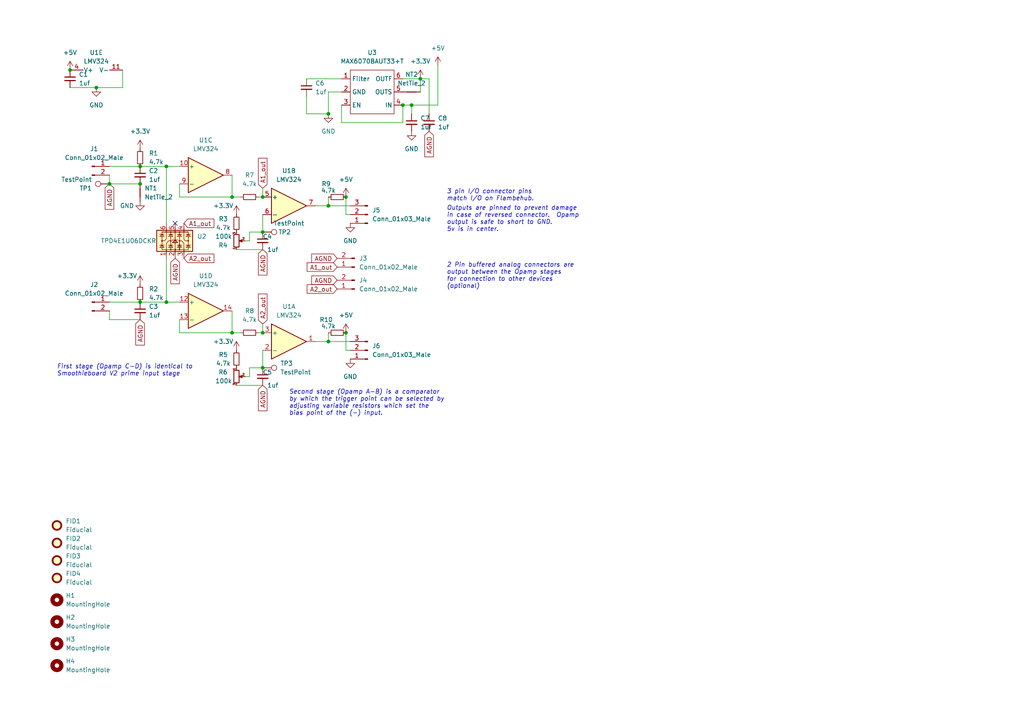
<source format=kicad_sch>
(kicad_sch (version 20230121) (generator eeschema)
  (paper "A4")
  (lib_symbols
    (symbol "Amplifier_Operational:LMV324" (pin_names (offset 0.127))
      (property "Reference" "U" (at 0 5.08 0))
      (property "Value" "LMV324" (at 0 -5.08 0))
      (symbol "LMV324_1_1"
        (polyline (pts (xy -5.08 5.08) (xy 5.08 0) (xy -5.08 -5.08) (xy -5.08 5.08)) (stroke (width 0.254)) (fill (type background)))
        (pin output line (at 7.62 0 180) (length 2.54) (name "~") (number "1"))
        (pin input line (at -7.62 -2.54 0) (length 2.54) (name "-") (number "2"))
        (pin input line (at -7.62 2.54 0) (length 2.54) (name "+") (number "3"))
      )
      (symbol "LMV324_2_1"
        (polyline (pts (xy -5.08 5.08) (xy 5.08 0) (xy -5.08 -5.08) (xy -5.08 5.08)) (stroke (width 0.254)) (fill (type background)))
        (pin input line (at -7.62 2.54 0) (length 2.54) (name "+") (number "5"))
        (pin input line (at -7.62 -2.54 0) (length 2.54) (name "-") (number "6"))
        (pin output line (at 7.62 0 180) (length 2.54) (name "~") (number "7"))
      )
      (symbol "LMV324_3_1"
        (polyline (pts (xy -5.08 5.08) (xy 5.08 0) (xy -5.08 -5.08) (xy -5.08 5.08)) (stroke (width 0.254)) (fill (type background)))
        (pin input line (at -7.62 2.54 0) (length 2.54) (name "+") (number "10"))
        (pin output line (at 7.62 0 180) (length 2.54) (name "~") (number "8"))
        (pin input line (at -7.62 -2.54 0) (length 2.54) (name "-") (number "9"))
      )
      (symbol "LMV324_4_1"
        (polyline (pts (xy -5.08 5.08) (xy 5.08 0) (xy -5.08 -5.08) (xy -5.08 5.08)) (stroke (width 0.254)) (fill (type background)))
        (pin input line (at -7.62 2.54 0) (length 2.54) (name "+") (number "12"))
        (pin input line (at -7.62 -2.54 0) (length 2.54) (name "-") (number "13"))
        (pin output line (at 7.62 0 180) (length 2.54) (name "~") (number "14"))
      )
      (symbol "LMV324_5_1"
        (pin power_in line (at -2.54 -7.62 90) (length 3.81) (name "V-") (number "11"))
        (pin power_in line (at -2.54 7.62 270) (length 3.81) (name "V+") (number "4"))
      )
    )
    (symbol "Connector:Conn_01x02_Male" (pin_names (offset 1.016) hide)
      (property "Reference" "J" (at 0 2.54 0))
      (property "Value" "Conn_01x02_Male" (at 0 -5.08 0))
      (symbol "Conn_01x02_Male_1_1"
        (polyline (pts (xy 1.27 -2.54) (xy 0.8636 -2.54)) (stroke (width 0.1524)))
        (polyline (pts (xy 1.27 0) (xy 0.8636 0)) (stroke (width 0.1524)))
        (rectangle (start 0.8636 -2.413) (end 0 -2.667) (stroke (width 0.1524)) (fill (type outline)))
        (rectangle (start 0.8636 0.127) (end 0 -0.127) (stroke (width 0.1524)) (fill (type outline)))
        (pin passive line (at 5.08 0 180) (length 3.81) (name "Pin_1") (number "1"))
        (pin passive line (at 5.08 -2.54 180) (length 3.81) (name "Pin_2") (number "2"))
      )
    )
    (symbol "Connector:Conn_01x03_Male" (pin_names (offset 1.016) hide)
      (property "Reference" "J" (at 0 5.08 0))
      (property "Value" "Conn_01x03_Male" (at 0 -5.08 0))
      (symbol "Conn_01x03_Male_1_1"
        (polyline (pts (xy 1.27 -2.54) (xy 0.8636 -2.54)) (stroke (width 0.1524)))
        (polyline (pts (xy 1.27 0) (xy 0.8636 0)) (stroke (width 0.1524)))
        (polyline (pts (xy 1.27 2.54) (xy 0.8636 2.54)) (stroke (width 0.1524)))
        (rectangle (start 0.8636 -2.413) (end 0 -2.667) (stroke (width 0.1524)) (fill (type outline)))
        (rectangle (start 0.8636 0.127) (end 0 -0.127) (stroke (width 0.1524)) (fill (type outline)))
        (rectangle (start 0.8636 2.667) (end 0 2.413) (stroke (width 0.1524)) (fill (type outline)))
        (pin passive line (at 5.08 2.54 180) (length 3.81) (name "Pin_1") (number "1"))
        (pin passive line (at 5.08 0 180) (length 3.81) (name "Pin_2") (number "2"))
        (pin passive line (at 5.08 -2.54 180) (length 3.81) (name "Pin_3") (number "3"))
      )
    )
    (symbol "Connector:TestPoint" (pin_numbers hide) (pin_names (offset 0.762) hide)
      (property "Reference" "TP" (at 0 6.858 0))
      (property "Value" "TestPoint" (at 0 5.08 0))
      (symbol "TestPoint_0_1"
        (circle (center 0 3.302) (radius 0.762))
      )
      (symbol "TestPoint_1_1"
        (pin passive line (at 0 0 90) (length 2.54) (name "1") (number "1"))
      )
    )
    (symbol "Device:C_Small" (pin_numbers hide) (pin_names (offset 0.254) hide)
      (property "Reference" "C" (at 0.254 1.778 0))
      (property "Value" "C_Small" (at 0.254 -2.032 0))
      (symbol "C_Small_0_1"
        (polyline (pts (xy -1.524 -0.508) (xy 1.524 -0.508)) (stroke (width 0.3302)))
        (polyline (pts (xy -1.524 0.508) (xy 1.524 0.508)) (stroke (width 0.3048)))
      )
      (symbol "C_Small_1_1"
        (pin passive line (at 0 2.54 270) (length 2.032) (name "~") (number "1"))
        (pin passive line (at 0 -2.54 90) (length 2.032) (name "~") (number "2"))
      )
    )
    (symbol "Device:NetTie_2" (pin_numbers hide) (pin_names (offset 0) hide)
      (property "Reference" "NT" (at 0 1.27 0))
      (property "Value" "NetTie_2" (at 0 -1.27 0))
      (symbol "NetTie_2_0_1"
        (polyline (pts (xy -1.27 0) (xy 1.27 0)) (stroke (width 0.254)))
      )
      (symbol "NetTie_2_1_1"
        (pin passive line (at -2.54 0 0) (length 2.54) (name "1") (number "1"))
        (pin passive line (at 2.54 0 180) (length 2.54) (name "2") (number "2"))
      )
    )
    (symbol "Device:R_Potentiometer_Small" (pin_names (offset 1.016) hide)
      (property "Reference" "RV" (at -4.445 0 90))
      (property "Value" "R_Potentiometer_Small" (at -2.54 0 90))
      (symbol "R_Potentiometer_Small_0_1"
        (polyline (pts (xy 0.889 0) (xy 0.635 0) (xy 1.651 0.381) (xy 1.651 -0.381) (xy 0.635 0) (xy 0.889 0)) (fill (type outline)))
        (rectangle (start 0.762 1.8034) (end -0.762 -1.8034) (stroke (width 0.254)))
      )
      (symbol "R_Potentiometer_Small_1_1"
        (pin passive line (at 0 2.54 270) (length 0.635) (name "1") (number "1"))
        (pin passive line (at 2.54 0 180) (length 0.9906) (name "2") (number "2"))
        (pin passive line (at 0 -2.54 90) (length 0.635) (name "3") (number "3"))
      )
    )
    (symbol "Device:R_Small" (pin_numbers hide) (pin_names (offset 0.254) hide)
      (property "Reference" "R" (at 0.762 0.508 0))
      (property "Value" "R_Small" (at 0.762 -1.016 0))
      (symbol "R_Small_0_1"
        (rectangle (start -0.762 1.778) (end 0.762 -1.778) (stroke (width 0.2032)))
      )
      (symbol "R_Small_1_1"
        (pin passive line (at 0 2.54 270) (length 0.762) (name "~") (number "1"))
        (pin passive line (at 0 -2.54 90) (length 0.762) (name "~") (number "2"))
      )
    )
    (symbol "Mechanical:Fiducial"
      (property "Reference" "FID" (at 0 5.08 0))
      (property "Value" "Fiducial" (at 0 3.175 0))
      (symbol "Fiducial_0_1"
        (circle (center 0 0) (radius 1.27) (stroke (width 0.508)) (fill (type background)))
      )
    )
    (symbol "Mechanical:MountingHole" (pin_names (offset 1.016))
      (property "Reference" "H" (at 0 5.08 0))
      (property "Value" "MountingHole" (at 0 3.175 0))
      (symbol "MountingHole_0_1"
        (circle (center 0 0) (radius 1.27) (stroke (width 1.27)))
      )
    )
    (symbol "Power_Protection:NUP4202"
      (property "Reference" "U" (at -6.985 -2.54 0))
      (property "Value" "NUP4202" (at 6.35 1.27 90))
      (symbol "NUP4202_0_1"
        (rectangle (start -5.334 3.048) (end 5.08 -3.048) (stroke (width 0.254)) (fill (type background)))
        (circle (center -3.81 0) (radius 0.127))
        (circle (center -3.81 0) (radius 0.127))
        (circle (center -1.27 -2.54) (radius 0.127))
        (circle (center -1.27 -2.54) (radius 0.127))
        (circle (center -1.27 0) (radius 0.127))
        (circle (center -1.27 0) (radius 0.127))
        (circle (center -1.27 2.54) (radius 0.127))
        (circle (center -1.27 2.54) (radius 0.127))
        (circle (center 0 -2.54) (radius 0.127))
        (circle (center 0 -2.54) (radius 0.127))
        (polyline (pts (xy -4.445 -1.27) (xy -3.175 -1.27)))
        (polyline (pts (xy -4.445 -1.27) (xy -3.175 -1.27)))
        (polyline (pts (xy -4.445 1.905) (xy -3.175 1.905)))
        (polyline (pts (xy -3.81 -2.54) (xy -3.81 -0.635)))
        (polyline (pts (xy -3.81 -2.54) (xy 3.81 -2.54)))
        (polyline (pts (xy -3.81 -0.635) (xy -3.81 0.635)))
        (polyline (pts (xy -3.81 0.635) (xy -3.81 2.54)))
        (polyline (pts (xy -3.81 2.54) (xy 3.81 2.54)))
        (polyline (pts (xy -3.81 2.54) (xy 3.81 2.54)))
        (polyline (pts (xy -1.905 -1.27) (xy -0.635 -1.27)))
        (polyline (pts (xy -1.905 -1.27) (xy -0.635 -1.27)))
        (polyline (pts (xy -1.905 1.905) (xy -0.635 1.905)))
        (polyline (pts (xy -1.27 -2.54) (xy -1.27 -0.635)))
        (polyline (pts (xy -1.27 -2.54) (xy -1.27 -0.635)))
        (polyline (pts (xy -1.27 0.635) (xy -1.27 -0.635)))
        (polyline (pts (xy -1.27 0.635) (xy -1.27 2.54)))
        (polyline (pts (xy 0 -0.889) (xy 0 -3.81)))
        (polyline (pts (xy 0 -0.889) (xy 0 1.016)))
        (polyline (pts (xy 0 -0.889) (xy 0 1.016)))
        (polyline (pts (xy 0 1.016) (xy 0 3.81)))
        (polyline (pts (xy 0.635 -1.27) (xy 1.905 -1.27)))
        (polyline (pts (xy 0.635 -1.27) (xy 1.905 -1.27)))
        (polyline (pts (xy 0.635 1.905) (xy 1.905 1.905)))
        (polyline (pts (xy 1.27 -2.54) (xy 1.27 -0.635)))
        (polyline (pts (xy 1.27 -2.54) (xy 1.27 -0.635)))
        (polyline (pts (xy 1.27 0.635) (xy 1.27 -0.635)))
        (polyline (pts (xy 1.27 0.635) (xy 1.27 2.54)))
        (polyline (pts (xy 3.175 -1.27) (xy 4.445 -1.27)))
        (polyline (pts (xy 3.175 -1.27) (xy 4.445 -1.27)))
        (polyline (pts (xy 3.175 1.905) (xy 4.445 1.905)))
        (polyline (pts (xy 3.81 -2.54) (xy 3.81 -0.635)))
        (polyline (pts (xy 3.81 0.635) (xy 3.81 -0.635)))
        (polyline (pts (xy 3.81 0.635) (xy 3.81 2.54)))
        (polyline (pts (xy 0.762 0.254) (xy -0.762 0.254) (xy -0.762 0)))
        (polyline (pts (xy -4.445 -1.905) (xy -3.175 -1.905) (xy -3.81 -1.27) (xy -4.445 -1.905)))
        (polyline (pts (xy -4.445 1.27) (xy -3.175 1.27) (xy -3.81 1.905) (xy -4.445 1.27)))
        (polyline (pts (xy -2.54 -3.81) (xy -2.54 -0.762) (xy -1.905 0) (xy -1.27 0)))
        (polyline (pts (xy -2.54 3.81) (xy -2.54 0.635) (xy -3.048 0) (xy -3.937 0)))
        (polyline (pts (xy -1.905 -1.905) (xy -0.635 -1.905) (xy -1.27 -1.27) (xy -1.905 -1.905)))
        (polyline (pts (xy -1.905 1.27) (xy -0.635 1.27) (xy -1.27 1.905) (xy -1.905 1.27)))
        (polyline (pts (xy -0.762 -0.508) (xy 0.762 -0.508) (xy 0 0.254) (xy -0.762 -0.508)))
        (polyline (pts (xy -0.762 -0.508) (xy 0.762 -0.508) (xy 0 0.254) (xy -0.762 -0.508)))
        (polyline (pts (xy 0.635 -1.905) (xy 1.905 -1.905) (xy 1.27 -1.27) (xy 0.635 -1.905)))
        (polyline (pts (xy 0.635 1.27) (xy 1.905 1.27) (xy 1.27 1.905) (xy 0.635 1.27)))
        (polyline (pts (xy 2.54 -3.81) (xy 2.54 -0.762) (xy 1.905 0) (xy 1.143 0)))
        (polyline (pts (xy 2.54 3.81) (xy 2.54 0.508) (xy 2.921 0) (xy 3.81 0)))
        (polyline (pts (xy 3.175 -1.905) (xy 4.445 -1.905) (xy 3.81 -1.27) (xy 3.175 -1.905)))
        (polyline (pts (xy 3.175 1.27) (xy 4.445 1.27) (xy 3.81 1.905) (xy 3.175 1.27)))
        (circle (center 0 2.54) (radius 0.127))
        (circle (center 0 2.54) (radius 0.127))
        (circle (center 1.27 -2.54) (radius 0.127))
        (circle (center 1.27 -2.54) (radius 0.127))
        (circle (center 1.27 0) (radius 0.127))
        (circle (center 1.27 0) (radius 0.127))
        (circle (center 1.27 2.54) (radius 0.127))
        (circle (center 1.27 2.54) (radius 0.127))
        (circle (center 3.81 0) (radius 0.127))
        (circle (center 3.81 0) (radius 0.127))
      )
      (symbol "NUP4202_1_1"
        (pin passive line (at -2.54 -5.08 90) (length 2.54) (name "~") (number "1"))
        (pin passive line (at 0 -5.08 90) (length 2.54) (name "~") (number "2"))
        (pin passive line (at 2.54 -5.08 90) (length 2.54) (name "~") (number "3"))
        (pin passive line (at 2.54 5.08 270) (length 2.54) (name "~") (number "4"))
        (pin passive line (at 0 5.08 270) (length 2.54) (name "~") (number "5"))
        (pin passive line (at -2.54 5.08 270) (length 2.54) (name "~") (number "6"))
      )
    )
    (symbol "UserMade:MAX6070BAUT33+T"
      (property "Reference" "U" (at -7.62 8.89 0))
      (property "Value" "MAX6070BAUT33+T" (at 0 -10.16 0))
      (symbol "MAX6070BAUT33+T_0_1"
        (rectangle (start -6.35 5.08) (end 6.35 -7.62))
      )
      (symbol "MAX6070BAUT33+T_1_1"
        (pin passive line (at -8.89 2.54 0) (length 2.54) (name "Filter") (number "1"))
        (pin power_in line (at -8.89 -1.27 0) (length 2.54) (name "GND") (number "2"))
        (pin input line (at -8.89 -5.08 0) (length 2.54) (name "EN") (number "3"))
        (pin power_in line (at 8.89 -5.08 180) (length 2.54) (name "IN") (number "4"))
        (pin input line (at 8.89 -1.27 180) (length 2.54) (name "OUTS") (number "5"))
        (pin output line (at 8.89 2.54 180) (length 2.54) (name "OUTF") (number "6"))
      )
    )
    (symbol "power:+3.3V" (power) (pin_names (offset 0))
      (property "Value" "+3.3V" (at 0 3.556 0))
      (symbol "+3.3V_0_1"
        (polyline (pts (xy -0.762 1.27) (xy 0 2.54)))
        (polyline (pts (xy 0 0) (xy 0 2.54)))
        (polyline (pts (xy 0 2.54) (xy 0.762 1.27)))
      )
      (symbol "+3.3V_1_1"
        (pin power_in line (at 0 0 90) (length 0) hide (name "+3.3V") (number "1"))
      )
    )
    (symbol "power:+5V" (power) (pin_names (offset 0))
      (property "Value" "+5V" (at 0 3.556 0))
      (symbol "+5V_0_1"
        (polyline (pts (xy -0.762 1.27) (xy 0 2.54)))
        (polyline (pts (xy 0 0) (xy 0 2.54)))
        (polyline (pts (xy 0 2.54) (xy 0.762 1.27)))
      )
      (symbol "+5V_1_1"
        (pin power_in line (at 0 0 90) (length 0) hide (name "+5V") (number "1"))
      )
    )
    (symbol "power:GND" (power) (pin_names (offset 0))
      (property "Value" "GND" (at 0 -3.81 0))
      (symbol "GND_0_1"
        (polyline (pts (xy 0 0) (xy 0 -1.27) (xy 1.27 -1.27) (xy 0 -2.54) (xy -1.27 -1.27) (xy 0 -1.27)))
      )
      (symbol "GND_1_1"
        (pin power_in line (at 0 0 270) (length 0) hide (name "GND") (number "1"))
      )
    )
  )
  (junction (at 40.64 48.26))
  (junction (at 76.2 106.68))
  (junction (at 95.25 59.69))
  (junction (at 48.26 87.63))
  (junction (at 121.92 22.86))
  (junction (at 95.25 99.06))
  (junction (at 20.32 20.32))
  (junction (at 76.2 67.31))
  (junction (at 40.64 87.63))
  (junction (at 27.94 25.4))
  (junction (at 67.31 57.15))
  (junction (at 40.64 53.34))
  (junction (at 67.31 96.52))
  (junction (at 76.2 57.15))
  (junction (at 100.33 96.52))
  (junction (at 31.75 53.34))
  (junction (at 119.38 30.48))
  (junction (at 48.26 48.26))
  (junction (at 100.33 57.15))
  (junction (at 116.84 30.48))
  (junction (at 95.25 33.02))
  (junction (at 76.2 96.52))
  (no_connect (at 50.8 64.77))
  (wire (pts (xy 76.2 62.23) (xy 76.2 67.31)))
  (wire (pts (xy 95.25 59.69) (xy 101.6 59.69)))
  (wire (pts (xy 67.31 96.52) (xy 52.07 96.52)))
  (wire (pts (xy 72.39 67.31) (xy 72.39 69.85)))
  (wire (pts (xy 40.64 87.63) (xy 48.26 87.63)))
  (wire (pts (xy 121.92 22.86) (xy 124.46 22.86)))
  (wire (pts (xy 100.33 96.52) (xy 100.33 101.6)))
  (wire (pts (xy 99.06 26.67) (xy 95.25 26.67)))
  (wire (pts (xy 31.75 87.63) (xy 40.64 87.63)))
  (wire (pts (xy 71.12 109.22) (xy 72.39 109.22)))
  (wire (pts (xy 91.44 99.06) (xy 95.25 99.06)))
  (wire (pts (xy 27.94 25.4) (xy 35.56 25.4)))
  (wire (pts (xy 119.38 30.48) (xy 127 30.48)))
  (wire (pts (xy 76.2 101.6) (xy 76.2 106.68)))
  (wire (pts (xy 48.26 87.63) (xy 52.07 87.63)))
  (wire (pts (xy 100.33 101.6) (xy 101.6 101.6)))
  (wire (pts (xy 124.46 22.86) (xy 124.46 33.02)))
  (wire (pts (xy 116.84 35.56) (xy 116.84 30.48)))
  (wire (pts (xy 67.31 96.52) (xy 69.85 96.52)))
  (wire (pts (xy 116.84 30.48) (xy 119.38 30.48)))
  (wire (pts (xy 48.26 74.93) (xy 48.26 87.63)))
  (wire (pts (xy 72.39 69.85) (xy 71.12 69.85)))
  (wire (pts (xy 76.2 93.98) (xy 76.2 96.52)))
  (wire (pts (xy 31.75 48.26) (xy 40.64 48.26)))
  (wire (pts (xy 101.6 62.23) (xy 100.33 62.23)))
  (wire (pts (xy 48.26 48.26) (xy 48.26 64.77)))
  (wire (pts (xy 74.93 96.52) (xy 76.2 96.52)))
  (wire (pts (xy 88.9 27.94) (xy 88.9 33.02)))
  (wire (pts (xy 48.26 48.26) (xy 52.07 48.26)))
  (wire (pts (xy 76.2 67.31) (xy 72.39 67.31)))
  (wire (pts (xy 31.75 53.34) (xy 40.64 53.34)))
  (wire (pts (xy 68.58 72.39) (xy 76.2 72.39)))
  (wire (pts (xy 52.07 92.71) (xy 52.07 96.52)))
  (wire (pts (xy 116.84 22.86) (xy 121.92 22.86)))
  (wire (pts (xy 72.39 109.22) (xy 72.39 106.68)))
  (wire (pts (xy 52.07 53.34) (xy 52.07 57.15)))
  (wire (pts (xy 72.39 106.68) (xy 76.2 106.68)))
  (wire (pts (xy 127 19.05) (xy 127 30.48)))
  (wire (pts (xy 95.25 99.06) (xy 101.6 99.06)))
  (wire (pts (xy 121.92 22.86) (xy 121.92 26.67)))
  (wire (pts (xy 31.75 50.8) (xy 31.75 53.34)))
  (wire (pts (xy 99.06 35.56) (xy 116.84 35.56)))
  (wire (pts (xy 119.38 30.48) (xy 119.38 33.02)))
  (wire (pts (xy 95.25 57.15) (xy 95.25 59.69)))
  (wire (pts (xy 95.25 96.52) (xy 95.25 99.06)))
  (wire (pts (xy 35.56 25.4) (xy 35.56 20.32)))
  (wire (pts (xy 40.64 48.26) (xy 48.26 48.26)))
  (wire (pts (xy 95.25 26.67) (xy 95.25 33.02)))
  (wire (pts (xy 52.07 57.15) (xy 67.31 57.15)))
  (wire (pts (xy 67.31 57.15) (xy 67.31 50.8)))
  (wire (pts (xy 74.93 57.15) (xy 76.2 57.15)))
  (wire (pts (xy 67.31 90.17) (xy 67.31 96.52)))
  (wire (pts (xy 20.32 25.4) (xy 27.94 25.4)))
  (wire (pts (xy 88.9 22.86) (xy 99.06 22.86)))
  (wire (pts (xy 31.75 90.17) (xy 31.75 92.71)))
  (wire (pts (xy 88.9 33.02) (xy 95.25 33.02)))
  (wire (pts (xy 67.31 57.15) (xy 69.85 57.15)))
  (wire (pts (xy 31.75 92.71) (xy 40.64 92.71)))
  (wire (pts (xy 100.33 57.15) (xy 100.33 62.23)))
  (wire (pts (xy 99.06 30.48) (xy 99.06 35.56)))
  (wire (pts (xy 91.44 59.69) (xy 95.25 59.69)))
  (wire (pts (xy 68.58 111.76) (xy 76.2 111.76)))
  (wire (pts (xy 76.2 54.61) (xy 76.2 57.15)))
  (text "2 Pin buffered analog connectors are  \noutput between the Opamp stages\nfor connection to other devices\n(optional)" (at 129.54 83.82 0) (effects (font (size 1.27 1.27) italic) (justify left bottom)))
  (text "First stage (Opamp C-D) is identical to \nSmoothieboard V2 prime input stage\n" (at 16.51 109.22 0) (effects (font (size 1.27 1.27) italic) (justify left bottom)))
  (text "Outputs are pinned to prevent damage \nin case of reversed connector.  Opamp \noutput is safe to short to GND. \n5v is in center." (at 129.54 67.31 0) (effects (font (size 1.27 1.27) italic) (justify left bottom)))
  (text "3 pin I/O connector pins\nmatch I/O on Flambehub.\n" (at 129.54 58.42 0) (effects (font (size 1.27 1.27) italic) (justify left bottom)))
  (text "Second stage (Opamp A-B) is a comparator\nby which the trigger point can be selected by \nadjusting variable resistors which set the \nbias point of the (-) input." (at 83.82 120.65 0) (effects (font (size 1.27 1.27) italic) (justify left bottom)))
  (global_label "AGND" (shape input) (at 40.64 92.71 270) (property "Intersheetrefs" "${INTERSHEET_REFS}" (effects hide)))
  (global_label "A2_out" (shape input) (at 53.34 74.93 0) (property "Intersheetrefs" "${INTERSHEET_REFS}" (effects hide)))
  (global_label "A1_out" (shape input) (at 76.2 54.61 90) (property "Intersheetrefs" "${INTERSHEET_REFS}" (effects hide)))
  (global_label "AGND" (shape input) (at 76.2 72.39 270) (property "Intersheetrefs" "${INTERSHEET_REFS}" (effects hide)))
  (global_label "AGND" (shape input) (at 50.8 74.93 270) (property "Intersheetrefs" "${INTERSHEET_REFS}" (effects hide)))
  (global_label "A1_out" (shape input) (at 97.79 77.47 180) (property "Intersheetrefs" "${INTERSHEET_REFS}" (effects hide)))
  (global_label "A2_out" (shape input) (at 97.79 83.82 180) (property "Intersheetrefs" "${INTERSHEET_REFS}" (effects hide)))
  (global_label "AGND" (shape input) (at 124.46 38.1 270) (property "Intersheetrefs" "${INTERSHEET_REFS}" (effects hide)))
  (global_label "AGND" (shape input) (at 76.2 111.76 270) (property "Intersheetrefs" "${INTERSHEET_REFS}" (effects hide)))
  (global_label "AGND" (shape input) (at 31.75 53.34 270) (property "Intersheetrefs" "${INTERSHEET_REFS}" (effects hide)))
  (global_label "A1_out" (shape input) (at 53.34 64.77 0) (property "Intersheetrefs" "${INTERSHEET_REFS}" (effects hide)))
  (global_label "AGND" (shape input) (at 97.79 81.28 180) (property "Intersheetrefs" "${INTERSHEET_REFS}" (effects hide)))
  (global_label "A2_out" (shape input) (at 76.2 93.98 90) (property "Intersheetrefs" "${INTERSHEET_REFS}" (effects hide)))
  (global_label "AGND" (shape input) (at 97.79 74.93 180) (property "Intersheetrefs" "${INTERSHEET_REFS}" (effects hide)))
  (symbol (lib_id "Connector:Conn_01x02_Male") (at 26.67 48.26 0) (unit 1)
    (property "Reference" "J1" (at 27.305 43.18 0))
    (property "Value" "Conn_01x02_Male" (at 27.305 45.72 0))
    (property "Footprint" "Connector_Molex:Molex_KK-254_AE-6410-02A_1x02_P2.54mm_Vertical" (effects hide))
  )
  (symbol (lib_id "Mechanical:MountingHole") (at 16.51 193.04 0) (unit 1)
    (property "Reference" "H4" (at 19.05 191.7699 0) (effects (justify left)))
    (property "Value" "MountingHole" (at 19.05 194.3099 0) (effects (justify left)))
    (property "Footprint" "MountingHole:MountingHole_2.5mm" (effects hide))
  )
  (symbol (lib_id "power:+5V") (at 100.33 57.15 0) (unit 1)
    (property "Reference" "#PWR09" (effects hide))
    (property "Value" "+5V" (at 100.33 52.07 0))
  )
  (symbol (lib_id "power:GND") (at 95.25 33.02 0) (unit 1)
    (property "Reference" "#PWR08" (effects hide))
    (property "Value" "GND" (at 95.25 38.1 0))
  )
  (symbol (lib_id "power:GND") (at 101.6 64.77 0) (unit 1)
    (property "Reference" "#PWR011" (effects hide))
    (property "Value" "GND" (at 101.6 69.85 0))
  )
  (symbol (lib_id "Power_Protection:NUP4202") (at 50.8 69.85 0) (unit 1)
    (property "Reference" "U2" (at 57.15 68.5799 0) (effects (justify left)))
    (property "Value" "TPD4E1U06DCKR" (at 29.21 69.85 0) (effects (justify left)))
    (property "Footprint" "Package_TO_SOT_SMD:SOT-363_SC-70-6" (effects hide))
    (property "Datasheet" "http://www.onsemi.com/pub_link/Collateral/NUP4202W1-D.PDF" (effects hide))
  )
  (symbol (lib_id "Connector:Conn_01x02_Male") (at 102.87 77.47 180) (unit 1)
    (property "Reference" "J3" (at 104.14 74.9299 0) (effects (justify right)))
    (property "Value" "Conn_01x02_Male" (at 104.14 77.4699 0) (effects (justify right)))
    (property "Footprint" "Connector_Molex:Molex_KK-254_AE-6410-02A_1x02_P2.54mm_Vertical" (effects hide))
  )
  (symbol (lib_id "Device:C_Small") (at 40.64 50.8 0) (unit 1)
    (property "Reference" "C2" (at 43.18 49.5362 0) (effects (justify left)))
    (property "Value" "1uf" (at 43.18 52.0762 0) (effects (justify left)))
    (property "Footprint" "Capacitor_SMD:C_0402_1005Metric" (effects hide))
  )
  (symbol (lib_id "power:+3.3V") (at 121.92 22.86 0) (unit 1)
    (property "Reference" "#PWR014" (effects hide))
    (property "Value" "+3.3V" (at 121.92 17.78 0))
  )
  (symbol (lib_id "Device:R_Potentiometer_Small") (at 68.58 69.85 0) (mirror x) (unit 1)
    (property "Reference" "R4" (at 66.04 71.1201 0) (effects (justify right)))
    (property "Value" "100k" (at 67.31 68.58 0) (effects (justify right)))
    (property "Footprint" "Potentiometer_SMD:Potentiometer_Bourns_TC33X_Vertical" (effects hide))
  )
  (symbol (lib_id "Connector:Conn_01x03_Male") (at 106.68 62.23 180) (unit 1)
    (property "Reference" "J5" (at 107.95 60.9599 0) (effects (justify right)))
    (property "Value" "Conn_01x03_Male" (at 107.95 63.4999 0) (effects (justify right)))
    (property "Footprint" "Connector_Molex:Molex_KK-254_AE-6410-03A_1x03_P2.54mm_Vertical" (effects hide))
  )
  (symbol (lib_id "Mechanical:MountingHole") (at 16.51 180.34 0) (unit 1)
    (property "Reference" "H2" (at 19.05 179.0699 0) (effects (justify left)))
    (property "Value" "MountingHole" (at 19.05 181.6099 0) (effects (justify left)))
    (property "Footprint" "MountingHole:MountingHole_2.5mm" (effects hide))
  )
  (symbol (lib_id "Device:NetTie_2") (at 40.64 55.88 90) (unit 1)
    (property "Reference" "NT1" (at 41.91 54.6099 90) (effects (justify right)))
    (property "Value" "NetTie_2" (at 41.91 57.1499 90) (effects (justify right)))
    (property "Footprint" "NetTie:NetTie-2_SMD_Pad0.5mm" (effects hide))
  )
  (symbol (lib_id "Amplifier_Operational:LMV324") (at 59.69 50.8 0) (unit 3)
    (property "Reference" "U1" (at 59.69 40.64 0))
    (property "Value" "LMV324" (at 59.69 43.18 0))
    (property "Footprint" "Package_SO:TSSOP-14_4.4x5mm_P0.65mm" (effects hide))
    (property "Datasheet" "http://www.ti.com/lit/ds/symlink/lmv324.pdf" (effects hide))
  )
  (symbol (lib_id "power:GND") (at 40.64 58.42 0) (unit 1)
    (property "Reference" "#PWR04" (effects hide))
    (property "Value" "GND" (at 36.83 59.69 0))
  )
  (symbol (lib_id "Device:R_Small") (at 72.39 96.52 90) (unit 1)
    (property "Reference" "R8" (at 72.39 90.17 90))
    (property "Value" "4.7k" (at 72.39 92.71 90))
    (property "Footprint" "Resistor_SMD:R_0402_1005Metric" (effects hide))
  )
  (symbol (lib_id "Device:C_Small") (at 76.2 109.22 0) (unit 1)
    (property "Reference" "C5" (at 76.2 107.95 0) (effects (justify left)))
    (property "Value" "1uf" (at 77.47 111.76 0) (effects (justify left)))
    (property "Footprint" "Capacitor_SMD:C_0402_1005Metric" (effects hide))
  )
  (symbol (lib_id "power:+3.3V") (at 68.58 62.23 0) (unit 1)
    (property "Reference" "#PWR06" (effects hide))
    (property "Value" "+3.3V" (at 64.77 59.69 0))
  )
  (symbol (lib_id "Mechanical:MountingHole") (at 16.51 173.99 0) (unit 1)
    (property "Reference" "H1" (at 19.05 172.7199 0) (effects (justify left)))
    (property "Value" "MountingHole" (at 19.05 175.2599 0) (effects (justify left)))
    (property "Footprint" "MountingHole:MountingHole_2.5mm" (effects hide))
  )
  (symbol (lib_id "Device:C_Small") (at 119.38 35.56 0) (unit 1)
    (property "Reference" "C7" (at 121.92 34.2962 0) (effects (justify left)))
    (property "Value" "1uf" (at 121.92 36.8362 0) (effects (justify left)))
    (property "Footprint" "Capacitor_SMD:C_0402_1005Metric" (effects hide))
  )
  (symbol (lib_id "Amplifier_Operational:LMV324") (at 59.69 90.17 0) (unit 4)
    (property "Reference" "U1" (at 59.69 80.01 0))
    (property "Value" "LMV324" (at 59.69 82.55 0))
    (property "Footprint" "Package_SO:TSSOP-14_4.4x5mm_P0.65mm" (effects hide))
    (property "Datasheet" "http://www.ti.com/lit/ds/symlink/lmv324.pdf" (effects hide))
  )
  (symbol (lib_id "Device:R_Small") (at 97.79 57.15 90) (unit 1)
    (property "Reference" "R9" (at 94.615 53.34 90))
    (property "Value" "4.7k" (at 95.25 55.245 90))
    (property "Footprint" "Resistor_SMD:R_0402_1005Metric" (effects hide))
  )
  (symbol (lib_id "Mechanical:Fiducial") (at 16.51 167.64 0) (unit 1)
    (property "Reference" "FID4" (at 19.05 166.3699 0) (effects (justify left)))
    (property "Value" "Fiducial" (at 19.05 168.9099 0) (effects (justify left)))
    (property "Footprint" "Fiducial:Fiducial_0.5mm_Mask1mm" (effects hide))
  )
  (symbol (lib_id "Mechanical:MountingHole") (at 16.51 186.69 0) (unit 1)
    (property "Reference" "H3" (at 19.05 185.4199 0) (effects (justify left)))
    (property "Value" "MountingHole" (at 19.05 187.9599 0) (effects (justify left)))
    (property "Footprint" "MountingHole:MountingHole_2.5mm" (effects hide))
  )
  (symbol (lib_id "Device:C_Small") (at 124.46 35.56 0) (unit 1)
    (property "Reference" "C8" (at 127 34.2962 0) (effects (justify left)))
    (property "Value" "1uf" (at 127 36.8362 0) (effects (justify left)))
    (property "Footprint" "Capacitor_SMD:C_0402_1005Metric" (effects hide))
  )
  (symbol (lib_id "Connector:TestPoint") (at 76.2 67.31 270) (unit 1)
    (property "Reference" "TP2" (at 82.55 67.31 90))
    (property "Value" "TestPoint" (at 83.82 64.77 90))
    (property "Footprint" "TestPoint:TestPoint_THTPad_1.0x1.0mm_Drill0.5mm" (effects hide))
  )
  (symbol (lib_id "power:+3.3V") (at 40.64 82.55 0) (unit 1)
    (property "Reference" "#PWR05" (effects hide))
    (property "Value" "+3.3V" (at 36.83 80.01 0))
  )
  (symbol (lib_id "power:+3.3V") (at 68.58 101.6 0) (unit 1)
    (property "Reference" "#PWR07" (effects hide))
    (property "Value" "+3.3V" (at 64.77 99.06 0))
  )
  (symbol (lib_id "Mechanical:Fiducial") (at 16.51 157.48 0) (unit 1)
    (property "Reference" "FID2" (at 19.05 156.2099 0) (effects (justify left)))
    (property "Value" "Fiducial" (at 19.05 158.7499 0) (effects (justify left)))
    (property "Footprint" "Fiducial:Fiducial_0.5mm_Mask1mm" (effects hide))
  )
  (symbol (lib_id "Connector:Conn_01x02_Male") (at 26.67 87.63 0) (unit 1)
    (property "Reference" "J2" (at 27.305 82.55 0))
    (property "Value" "Conn_01x02_Male" (at 27.305 85.09 0))
    (property "Footprint" "Connector_Molex:Molex_KK-254_AE-6410-02A_1x02_P2.54mm_Vertical" (effects hide))
  )
  (symbol (lib_id "Mechanical:Fiducial") (at 16.51 152.4 0) (unit 1)
    (property "Reference" "FID1" (at 19.05 151.1299 0) (effects (justify left)))
    (property "Value" "Fiducial" (at 19.05 153.6699 0) (effects (justify left)))
    (property "Footprint" "Fiducial:Fiducial_0.5mm_Mask1mm" (effects hide))
  )
  (symbol (lib_id "Device:R_Small") (at 68.58 64.77 0) (unit 1)
    (property "Reference" "R3" (at 64.77 63.5 0))
    (property "Value" "4.7k" (at 64.77 66.04 0))
    (property "Footprint" "Resistor_SMD:R_0402_1005Metric" (effects hide))
  )
  (symbol (lib_id "power:GND") (at 27.94 25.4 0) (unit 1)
    (property "Reference" "#PWR02" (effects hide))
    (property "Value" "GND" (at 27.94 30.48 0))
  )
  (symbol (lib_id "Amplifier_Operational:LMV324") (at 27.94 17.78 90) (unit 5)
    (property "Reference" "U1" (at 27.94 15.24 90))
    (property "Value" "LMV324" (at 27.94 17.78 90))
    (property "Footprint" "Package_SO:TSSOP-14_4.4x5mm_P0.65mm" (effects hide))
    (property "Datasheet" "http://www.ti.com/lit/ds/symlink/lmv324.pdf" (effects hide))
  )
  (symbol (lib_id "Device:R_Small") (at 40.64 45.72 0) (unit 1)
    (property "Reference" "R1" (at 43.18 44.4499 0) (effects (justify left)))
    (property "Value" "4.7k" (at 43.18 46.9899 0) (effects (justify left)))
    (property "Footprint" "Resistor_SMD:R_0402_1005Metric" (effects hide))
  )
  (symbol (lib_id "Device:NetTie_2") (at 119.38 26.67 180) (unit 1)
    (property "Reference" "NT2" (at 119.38 21.59 0))
    (property "Value" "NetTie_2" (at 119.38 24.13 0))
    (property "Footprint" "NetTie:NetTie-2_SMD_Pad0.5mm" (effects hide))
  )
  (symbol (lib_id "power:GND") (at 101.6 104.14 0) (unit 1)
    (property "Reference" "#PWR012" (effects hide))
    (property "Value" "GND" (at 101.6 109.22 0))
  )
  (symbol (lib_id "Device:C_Small") (at 88.9 25.4 0) (unit 1)
    (property "Reference" "C6" (at 91.44 24.1362 0) (effects (justify left)))
    (property "Value" "1uf" (at 91.44 26.6762 0) (effects (justify left)))
    (property "Footprint" "Capacitor_SMD:C_0402_1005Metric" (effects hide))
  )
  (symbol (lib_id "Connector:TestPoint") (at 76.2 106.68 270) (unit 1)
    (property "Reference" "TP3" (at 81.28 105.4099 90) (effects (justify left)))
    (property "Value" "TestPoint" (at 81.28 107.9499 90) (effects (justify left)))
    (property "Footprint" "TestPoint:TestPoint_THTPad_1.0x1.0mm_Drill0.5mm" (effects hide))
  )
  (symbol (lib_id "Connector:Conn_01x02_Male") (at 102.87 83.82 180) (unit 1)
    (property "Reference" "J4" (at 104.14 81.2799 0) (effects (justify right)))
    (property "Value" "Conn_01x02_Male" (at 104.14 83.8199 0) (effects (justify right)))
    (property "Footprint" "Connector_Molex:Molex_KK-254_AE-6410-02A_1x02_P2.54mm_Vertical" (effects hide))
  )
  (symbol (lib_id "Device:C_Small") (at 40.64 90.17 0) (unit 1)
    (property "Reference" "C3" (at 43.18 88.9062 0) (effects (justify left)))
    (property "Value" "1uf" (at 43.18 91.4462 0) (effects (justify left)))
    (property "Footprint" "Capacitor_SMD:C_0402_1005Metric" (effects hide))
  )
  (symbol (lib_id "Connector:Conn_01x03_Male") (at 106.68 101.6 180) (unit 1)
    (property "Reference" "J6" (at 107.95 100.3299 0) (effects (justify right)))
    (property "Value" "Conn_01x03_Male" (at 107.95 102.8699 0) (effects (justify right)))
    (property "Footprint" "Connector_Molex:Molex_KK-254_AE-6410-03A_1x03_P2.54mm_Vertical" (effects hide))
  )
  (symbol (lib_id "Connector:TestPoint") (at 31.75 53.34 90) (unit 1)
    (property "Reference" "TP1" (at 26.67 54.6101 90) (effects (justify left)))
    (property "Value" "TestPoint" (at 26.67 52.07 90) (effects (justify left)))
    (property "Footprint" "TestPoint:TestPoint_THTPad_1.0x1.0mm_Drill0.5mm" (effects hide))
  )
  (symbol (lib_id "power:+3.3V") (at 40.64 43.18 0) (unit 1)
    (property "Reference" "#PWR03" (effects hide))
    (property "Value" "+3.3V" (at 40.64 38.1 0))
  )
  (symbol (lib_id "Device:R_Small") (at 97.79 96.52 90) (unit 1)
    (property "Reference" "R10" (at 94.615 92.71 90))
    (property "Value" "4.7k" (at 95.25 94.615 90))
    (property "Footprint" "Resistor_SMD:R_0402_1005Metric" (effects hide))
  )
  (symbol (lib_id "power:GND") (at 119.38 38.1 0) (unit 1)
    (property "Reference" "#PWR013" (effects hide))
    (property "Value" "GND" (at 119.38 43.18 0))
  )
  (symbol (lib_id "Amplifier_Operational:LMV324") (at 83.82 99.06 0) (unit 1)
    (property "Reference" "U1" (at 83.82 88.9 0))
    (property "Value" "LMV324" (at 83.82 91.44 0))
    (property "Footprint" "Package_SO:TSSOP-14_4.4x5mm_P0.65mm" (effects hide))
    (property "Datasheet" "http://www.ti.com/lit/ds/symlink/lmv324.pdf" (effects hide))
  )
  (symbol (lib_id "Mechanical:Fiducial") (at 16.51 162.56 0) (unit 1)
    (property "Reference" "FID3" (at 19.05 161.2899 0) (effects (justify left)))
    (property "Value" "Fiducial" (at 19.05 163.8299 0) (effects (justify left)))
    (property "Footprint" "Fiducial:Fiducial_0.5mm_Mask1mm" (effects hide))
  )
  (symbol (lib_id "power:+5V") (at 127 19.05 0) (unit 1)
    (property "Reference" "#PWR015" (effects hide))
    (property "Value" "+5V" (at 127 13.97 0))
  )
  (symbol (lib_id "power:+5V") (at 20.32 20.32 0) (unit 1)
    (property "Reference" "#PWR01" (effects hide))
    (property "Value" "+5V" (at 20.32 15.24 0))
  )
  (symbol (lib_id "Device:R_Small") (at 72.39 57.15 90) (unit 1)
    (property "Reference" "R7" (at 72.39 50.8 90))
    (property "Value" "4.7k" (at 72.39 53.34 90))
    (property "Footprint" "Resistor_SMD:R_0402_1005Metric" (effects hide))
  )
  (symbol (lib_id "UserMade:MAX6070BAUT33+T") (at 107.95 25.4 0) (unit 1)
    (property "Reference" "U3" (at 107.95 15.24 0))
    (property "Value" "MAX6070BAUT33+T" (at 107.95 17.78 0))
    (property "Footprint" "Package_TO_SOT_SMD:SOT-23-6" (effects hide))
  )
  (symbol (lib_id "Device:R_Small") (at 40.64 85.09 0) (unit 1)
    (property "Reference" "R2" (at 43.18 83.8199 0) (effects (justify left)))
    (property "Value" "4.7k" (at 43.18 86.3599 0) (effects (justify left)))
    (property "Footprint" "Resistor_SMD:R_0402_1005Metric" (effects hide))
  )
  (symbol (lib_id "Device:R_Small") (at 68.58 104.14 0) (unit 1)
    (property "Reference" "R5" (at 64.77 102.87 0))
    (property "Value" "4.7k" (at 64.77 105.41 0))
    (property "Footprint" "Resistor_SMD:R_0402_1005Metric" (effects hide))
  )
  (symbol (lib_id "power:+5V") (at 100.33 96.52 0) (unit 1)
    (property "Reference" "#PWR010" (effects hide))
    (property "Value" "+5V" (at 100.33 91.44 0))
  )
  (symbol (lib_id "Device:C_Small") (at 76.2 69.85 0) (unit 1)
    (property "Reference" "C4" (at 76.2 68.58 0) (effects (justify left)))
    (property "Value" "1uf" (at 77.47 72.39 0) (effects (justify left)))
    (property "Footprint" "Capacitor_SMD:C_0402_1005Metric" (effects hide))
  )
  (symbol (lib_id "Device:R_Potentiometer_Small") (at 68.58 109.22 0) (unit 1)
    (property "Reference" "R6" (at 66.04 107.9499 0) (effects (justify right)))
    (property "Value" "100k" (at 67.31 110.49 0) (effects (justify right)))
    (property "Footprint" "Potentiometer_SMD:Potentiometer_Bourns_TC33X_Vertical" (effects hide))
  )
  (symbol (lib_id "Device:C_Small") (at 20.32 22.86 0) (unit 1)
    (property "Reference" "C1" (at 22.86 21.5962 0) (effects (justify left)))
    (property "Value" "1uf" (at 22.86 24.1362 0) (effects (justify left)))
    (property "Footprint" "Capacitor_SMD:C_0402_1005Metric" (effects hide))
  )
  (symbol (lib_id "Amplifier_Operational:LMV324") (at 83.82 59.69 0) (unit 2)
    (property "Reference" "U1" (at 83.82 49.53 0))
    (property "Value" "LMV324" (at 83.82 52.07 0))
    (property "Footprint" "Package_SO:TSSOP-14_4.4x5mm_P0.65mm" (effects hide))
    (property "Datasheet" "http://www.ti.com/lit/ds/symlink/lmv324.pdf" (effects hide))
  )
)
</source>
